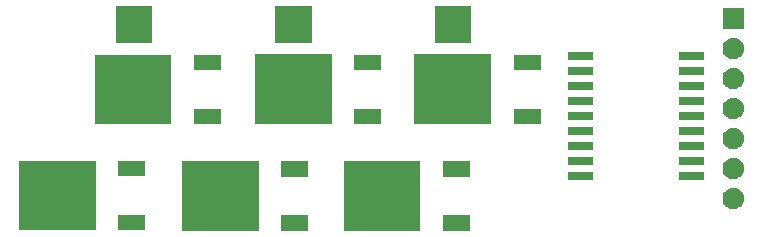
<source format=gbr>
G04 #@! TF.GenerationSoftware,KiCad,Pcbnew,(5.0.1)-3*
G04 #@! TF.CreationDate,2020-02-13T16:16:06-05:00*
G04 #@! TF.ProjectId,ESC_V1,4553435F56312E6B696361645F706362,rev?*
G04 #@! TF.SameCoordinates,Original*
G04 #@! TF.FileFunction,Soldermask,Top*
G04 #@! TF.FilePolarity,Negative*
%FSLAX46Y46*%
G04 Gerber Fmt 4.6, Leading zero omitted, Abs format (unit mm)*
G04 Created by KiCad (PCBNEW (5.0.1)-3) date 2/13/2020 4:16:06 PM*
%MOMM*%
%LPD*%
G01*
G04 APERTURE LIST*
%ADD10C,0.100000*%
G04 APERTURE END LIST*
D10*
G36*
X156751000Y-68976000D02*
X150249000Y-68976000D01*
X150249000Y-63074000D01*
X156751000Y-63074000D01*
X156751000Y-68976000D01*
X156751000Y-68976000D01*
G37*
G36*
X143076000Y-68976000D02*
X136574000Y-68976000D01*
X136574000Y-63074000D01*
X143076000Y-63074000D01*
X143076000Y-68976000D01*
X143076000Y-68976000D01*
G37*
G36*
X147276000Y-68956000D02*
X144974000Y-68956000D01*
X144974000Y-67654000D01*
X147276000Y-67654000D01*
X147276000Y-68956000D01*
X147276000Y-68956000D01*
G37*
G36*
X160951000Y-68956000D02*
X158649000Y-68956000D01*
X158649000Y-67654000D01*
X160951000Y-67654000D01*
X160951000Y-68956000D01*
X160951000Y-68956000D01*
G37*
G36*
X129251000Y-68951000D02*
X122749000Y-68951000D01*
X122749000Y-63049000D01*
X129251000Y-63049000D01*
X129251000Y-68951000D01*
X129251000Y-68951000D01*
G37*
G36*
X133451000Y-68931000D02*
X131149000Y-68931000D01*
X131149000Y-67629000D01*
X133451000Y-67629000D01*
X133451000Y-68931000D01*
X133451000Y-68931000D01*
G37*
G36*
X183360443Y-65345519D02*
X183426627Y-65352037D01*
X183539853Y-65386384D01*
X183596467Y-65403557D01*
X183735087Y-65477652D01*
X183752991Y-65487222D01*
X183788729Y-65516552D01*
X183890186Y-65599814D01*
X183973448Y-65701271D01*
X184002778Y-65737009D01*
X184002779Y-65737011D01*
X184086443Y-65893533D01*
X184086443Y-65893534D01*
X184137963Y-66063373D01*
X184155359Y-66240000D01*
X184137963Y-66416627D01*
X184103616Y-66529853D01*
X184086443Y-66586467D01*
X184012348Y-66725087D01*
X184002778Y-66742991D01*
X183973448Y-66778729D01*
X183890186Y-66880186D01*
X183788729Y-66963448D01*
X183752991Y-66992778D01*
X183752989Y-66992779D01*
X183596467Y-67076443D01*
X183539853Y-67093616D01*
X183426627Y-67127963D01*
X183360443Y-67134481D01*
X183294260Y-67141000D01*
X183205740Y-67141000D01*
X183139557Y-67134481D01*
X183073373Y-67127963D01*
X182960147Y-67093616D01*
X182903533Y-67076443D01*
X182747011Y-66992779D01*
X182747009Y-66992778D01*
X182711271Y-66963448D01*
X182609814Y-66880186D01*
X182526552Y-66778729D01*
X182497222Y-66742991D01*
X182487652Y-66725087D01*
X182413557Y-66586467D01*
X182396384Y-66529853D01*
X182362037Y-66416627D01*
X182344641Y-66240000D01*
X182362037Y-66063373D01*
X182413557Y-65893534D01*
X182413557Y-65893533D01*
X182497221Y-65737011D01*
X182497222Y-65737009D01*
X182526552Y-65701271D01*
X182609814Y-65599814D01*
X182711271Y-65516552D01*
X182747009Y-65487222D01*
X182764913Y-65477652D01*
X182903533Y-65403557D01*
X182960147Y-65386384D01*
X183073373Y-65352037D01*
X183139557Y-65345519D01*
X183205740Y-65339000D01*
X183294260Y-65339000D01*
X183360443Y-65345519D01*
X183360443Y-65345519D01*
G37*
G36*
X171351000Y-64681000D02*
X169249000Y-64681000D01*
X169249000Y-63979000D01*
X171351000Y-63979000D01*
X171351000Y-64681000D01*
X171351000Y-64681000D01*
G37*
G36*
X180751000Y-64681000D02*
X178649000Y-64681000D01*
X178649000Y-63979000D01*
X180751000Y-63979000D01*
X180751000Y-64681000D01*
X180751000Y-64681000D01*
G37*
G36*
X183360442Y-62805518D02*
X183426627Y-62812037D01*
X183539853Y-62846384D01*
X183596467Y-62863557D01*
X183735087Y-62937652D01*
X183752991Y-62947222D01*
X183788729Y-62976552D01*
X183890186Y-63059814D01*
X183973448Y-63161271D01*
X184002778Y-63197009D01*
X184002779Y-63197011D01*
X184086443Y-63353533D01*
X184086443Y-63353534D01*
X184137963Y-63523373D01*
X184155359Y-63700000D01*
X184137963Y-63876627D01*
X184103616Y-63989853D01*
X184086443Y-64046467D01*
X184012348Y-64185087D01*
X184002778Y-64202991D01*
X183973448Y-64238729D01*
X183890186Y-64340186D01*
X183822175Y-64396000D01*
X183752991Y-64452778D01*
X183752989Y-64452779D01*
X183596467Y-64536443D01*
X183539853Y-64553616D01*
X183426627Y-64587963D01*
X183360442Y-64594482D01*
X183294260Y-64601000D01*
X183205740Y-64601000D01*
X183139558Y-64594482D01*
X183073373Y-64587963D01*
X182960147Y-64553616D01*
X182903533Y-64536443D01*
X182747011Y-64452779D01*
X182747009Y-64452778D01*
X182677825Y-64396000D01*
X182609814Y-64340186D01*
X182526552Y-64238729D01*
X182497222Y-64202991D01*
X182487652Y-64185087D01*
X182413557Y-64046467D01*
X182396384Y-63989853D01*
X182362037Y-63876627D01*
X182344641Y-63700000D01*
X182362037Y-63523373D01*
X182413557Y-63353534D01*
X182413557Y-63353533D01*
X182497221Y-63197011D01*
X182497222Y-63197009D01*
X182526552Y-63161271D01*
X182609814Y-63059814D01*
X182711271Y-62976552D01*
X182747009Y-62947222D01*
X182764913Y-62937652D01*
X182903533Y-62863557D01*
X182960147Y-62846384D01*
X183073373Y-62812037D01*
X183139558Y-62805518D01*
X183205740Y-62799000D01*
X183294260Y-62799000D01*
X183360442Y-62805518D01*
X183360442Y-62805518D01*
G37*
G36*
X160951000Y-64396000D02*
X158649000Y-64396000D01*
X158649000Y-63094000D01*
X160951000Y-63094000D01*
X160951000Y-64396000D01*
X160951000Y-64396000D01*
G37*
G36*
X147276000Y-64396000D02*
X144974000Y-64396000D01*
X144974000Y-63094000D01*
X147276000Y-63094000D01*
X147276000Y-64396000D01*
X147276000Y-64396000D01*
G37*
G36*
X133451000Y-64371000D02*
X131149000Y-64371000D01*
X131149000Y-63069000D01*
X133451000Y-63069000D01*
X133451000Y-64371000D01*
X133451000Y-64371000D01*
G37*
G36*
X171351000Y-63411000D02*
X169249000Y-63411000D01*
X169249000Y-62709000D01*
X171351000Y-62709000D01*
X171351000Y-63411000D01*
X171351000Y-63411000D01*
G37*
G36*
X180751000Y-63411000D02*
X178649000Y-63411000D01*
X178649000Y-62709000D01*
X180751000Y-62709000D01*
X180751000Y-63411000D01*
X180751000Y-63411000D01*
G37*
G36*
X180751000Y-62141000D02*
X178649000Y-62141000D01*
X178649000Y-61439000D01*
X180751000Y-61439000D01*
X180751000Y-62141000D01*
X180751000Y-62141000D01*
G37*
G36*
X171351000Y-62141000D02*
X169249000Y-62141000D01*
X169249000Y-61439000D01*
X171351000Y-61439000D01*
X171351000Y-62141000D01*
X171351000Y-62141000D01*
G37*
G36*
X183360443Y-60265519D02*
X183426627Y-60272037D01*
X183539853Y-60306384D01*
X183596467Y-60323557D01*
X183735087Y-60397652D01*
X183752991Y-60407222D01*
X183788729Y-60436552D01*
X183890186Y-60519814D01*
X183973448Y-60621271D01*
X184002778Y-60657009D01*
X184002779Y-60657011D01*
X184086443Y-60813533D01*
X184086443Y-60813534D01*
X184137963Y-60983373D01*
X184155359Y-61160000D01*
X184137963Y-61336627D01*
X184103616Y-61449853D01*
X184086443Y-61506467D01*
X184012348Y-61645087D01*
X184002778Y-61662991D01*
X183973448Y-61698729D01*
X183890186Y-61800186D01*
X183788729Y-61883448D01*
X183752991Y-61912778D01*
X183752989Y-61912779D01*
X183596467Y-61996443D01*
X183539853Y-62013616D01*
X183426627Y-62047963D01*
X183360442Y-62054482D01*
X183294260Y-62061000D01*
X183205740Y-62061000D01*
X183139558Y-62054482D01*
X183073373Y-62047963D01*
X182960147Y-62013616D01*
X182903533Y-61996443D01*
X182747011Y-61912779D01*
X182747009Y-61912778D01*
X182711271Y-61883448D01*
X182609814Y-61800186D01*
X182526552Y-61698729D01*
X182497222Y-61662991D01*
X182487652Y-61645087D01*
X182413557Y-61506467D01*
X182396384Y-61449853D01*
X182362037Y-61336627D01*
X182344641Y-61160000D01*
X182362037Y-60983373D01*
X182413557Y-60813534D01*
X182413557Y-60813533D01*
X182497221Y-60657011D01*
X182497222Y-60657009D01*
X182526552Y-60621271D01*
X182609814Y-60519814D01*
X182711271Y-60436552D01*
X182747009Y-60407222D01*
X182764913Y-60397652D01*
X182903533Y-60323557D01*
X182960147Y-60306384D01*
X183073373Y-60272037D01*
X183139557Y-60265519D01*
X183205740Y-60259000D01*
X183294260Y-60259000D01*
X183360443Y-60265519D01*
X183360443Y-60265519D01*
G37*
G36*
X171351000Y-60871000D02*
X169249000Y-60871000D01*
X169249000Y-60169000D01*
X171351000Y-60169000D01*
X171351000Y-60871000D01*
X171351000Y-60871000D01*
G37*
G36*
X180751000Y-60871000D02*
X178649000Y-60871000D01*
X178649000Y-60169000D01*
X180751000Y-60169000D01*
X180751000Y-60871000D01*
X180751000Y-60871000D01*
G37*
G36*
X135676000Y-59976000D02*
X129174000Y-59976000D01*
X129174000Y-54074000D01*
X135676000Y-54074000D01*
X135676000Y-59976000D01*
X135676000Y-59976000D01*
G37*
G36*
X139876000Y-59956000D02*
X137574000Y-59956000D01*
X137574000Y-58654000D01*
X139876000Y-58654000D01*
X139876000Y-59956000D01*
X139876000Y-59956000D01*
G37*
G36*
X149251000Y-59951000D02*
X142749000Y-59951000D01*
X142749000Y-54049000D01*
X149251000Y-54049000D01*
X149251000Y-59951000D01*
X149251000Y-59951000D01*
G37*
G36*
X162751000Y-59951000D02*
X156249000Y-59951000D01*
X156249000Y-54049000D01*
X162751000Y-54049000D01*
X162751000Y-59951000D01*
X162751000Y-59951000D01*
G37*
G36*
X166951000Y-59931000D02*
X164649000Y-59931000D01*
X164649000Y-58629000D01*
X166951000Y-58629000D01*
X166951000Y-59931000D01*
X166951000Y-59931000D01*
G37*
G36*
X153451000Y-59931000D02*
X151149000Y-59931000D01*
X151149000Y-58629000D01*
X153451000Y-58629000D01*
X153451000Y-59931000D01*
X153451000Y-59931000D01*
G37*
G36*
X180751000Y-59601000D02*
X178649000Y-59601000D01*
X178649000Y-58899000D01*
X180751000Y-58899000D01*
X180751000Y-59601000D01*
X180751000Y-59601000D01*
G37*
G36*
X171351000Y-59601000D02*
X169249000Y-59601000D01*
X169249000Y-58899000D01*
X171351000Y-58899000D01*
X171351000Y-59601000D01*
X171351000Y-59601000D01*
G37*
G36*
X183360442Y-57725518D02*
X183426627Y-57732037D01*
X183539853Y-57766384D01*
X183596467Y-57783557D01*
X183735087Y-57857652D01*
X183752991Y-57867222D01*
X183788729Y-57896552D01*
X183890186Y-57979814D01*
X183973448Y-58081271D01*
X184002778Y-58117009D01*
X184002779Y-58117011D01*
X184086443Y-58273533D01*
X184086443Y-58273534D01*
X184137963Y-58443373D01*
X184155359Y-58620000D01*
X184137963Y-58796627D01*
X184103616Y-58909853D01*
X184086443Y-58966467D01*
X184012348Y-59105087D01*
X184002778Y-59122991D01*
X183973448Y-59158729D01*
X183890186Y-59260186D01*
X183788729Y-59343448D01*
X183752991Y-59372778D01*
X183752989Y-59372779D01*
X183596467Y-59456443D01*
X183539853Y-59473616D01*
X183426627Y-59507963D01*
X183360443Y-59514481D01*
X183294260Y-59521000D01*
X183205740Y-59521000D01*
X183139557Y-59514481D01*
X183073373Y-59507963D01*
X182960147Y-59473616D01*
X182903533Y-59456443D01*
X182747011Y-59372779D01*
X182747009Y-59372778D01*
X182711271Y-59343448D01*
X182609814Y-59260186D01*
X182526552Y-59158729D01*
X182497222Y-59122991D01*
X182487652Y-59105087D01*
X182413557Y-58966467D01*
X182396384Y-58909853D01*
X182362037Y-58796627D01*
X182344641Y-58620000D01*
X182362037Y-58443373D01*
X182413557Y-58273534D01*
X182413557Y-58273533D01*
X182497221Y-58117011D01*
X182497222Y-58117009D01*
X182526552Y-58081271D01*
X182609814Y-57979814D01*
X182711271Y-57896552D01*
X182747009Y-57867222D01*
X182764913Y-57857652D01*
X182903533Y-57783557D01*
X182960147Y-57766384D01*
X183073373Y-57732037D01*
X183139558Y-57725518D01*
X183205740Y-57719000D01*
X183294260Y-57719000D01*
X183360442Y-57725518D01*
X183360442Y-57725518D01*
G37*
G36*
X171351000Y-58331000D02*
X169249000Y-58331000D01*
X169249000Y-57629000D01*
X171351000Y-57629000D01*
X171351000Y-58331000D01*
X171351000Y-58331000D01*
G37*
G36*
X180751000Y-58331000D02*
X178649000Y-58331000D01*
X178649000Y-57629000D01*
X180751000Y-57629000D01*
X180751000Y-58331000D01*
X180751000Y-58331000D01*
G37*
G36*
X180751000Y-57061000D02*
X178649000Y-57061000D01*
X178649000Y-56359000D01*
X180751000Y-56359000D01*
X180751000Y-57061000D01*
X180751000Y-57061000D01*
G37*
G36*
X171351000Y-57061000D02*
X169249000Y-57061000D01*
X169249000Y-56359000D01*
X171351000Y-56359000D01*
X171351000Y-57061000D01*
X171351000Y-57061000D01*
G37*
G36*
X183360443Y-55185519D02*
X183426627Y-55192037D01*
X183539853Y-55226384D01*
X183596467Y-55243557D01*
X183735087Y-55317652D01*
X183752991Y-55327222D01*
X183788729Y-55356552D01*
X183890186Y-55439814D01*
X183973448Y-55541271D01*
X184002778Y-55577009D01*
X184002779Y-55577011D01*
X184086443Y-55733533D01*
X184086443Y-55733534D01*
X184137963Y-55903373D01*
X184155359Y-56080000D01*
X184137963Y-56256627D01*
X184103616Y-56369853D01*
X184086443Y-56426467D01*
X184012348Y-56565087D01*
X184002778Y-56582991D01*
X183973448Y-56618729D01*
X183890186Y-56720186D01*
X183788729Y-56803448D01*
X183752991Y-56832778D01*
X183752989Y-56832779D01*
X183596467Y-56916443D01*
X183539853Y-56933616D01*
X183426627Y-56967963D01*
X183360443Y-56974481D01*
X183294260Y-56981000D01*
X183205740Y-56981000D01*
X183139557Y-56974481D01*
X183073373Y-56967963D01*
X182960147Y-56933616D01*
X182903533Y-56916443D01*
X182747011Y-56832779D01*
X182747009Y-56832778D01*
X182711271Y-56803448D01*
X182609814Y-56720186D01*
X182526552Y-56618729D01*
X182497222Y-56582991D01*
X182487652Y-56565087D01*
X182413557Y-56426467D01*
X182396384Y-56369853D01*
X182362037Y-56256627D01*
X182344641Y-56080000D01*
X182362037Y-55903373D01*
X182413557Y-55733534D01*
X182413557Y-55733533D01*
X182497221Y-55577011D01*
X182497222Y-55577009D01*
X182526552Y-55541271D01*
X182609814Y-55439814D01*
X182711271Y-55356552D01*
X182747009Y-55327222D01*
X182764913Y-55317652D01*
X182903533Y-55243557D01*
X182960147Y-55226384D01*
X183073373Y-55192037D01*
X183139557Y-55185519D01*
X183205740Y-55179000D01*
X183294260Y-55179000D01*
X183360443Y-55185519D01*
X183360443Y-55185519D01*
G37*
G36*
X180751000Y-55791000D02*
X178649000Y-55791000D01*
X178649000Y-55089000D01*
X180751000Y-55089000D01*
X180751000Y-55791000D01*
X180751000Y-55791000D01*
G37*
G36*
X171351000Y-55791000D02*
X169249000Y-55791000D01*
X169249000Y-55089000D01*
X171351000Y-55089000D01*
X171351000Y-55791000D01*
X171351000Y-55791000D01*
G37*
G36*
X139876000Y-55396000D02*
X137574000Y-55396000D01*
X137574000Y-54094000D01*
X139876000Y-54094000D01*
X139876000Y-55396000D01*
X139876000Y-55396000D01*
G37*
G36*
X153451000Y-55371000D02*
X151149000Y-55371000D01*
X151149000Y-54069000D01*
X153451000Y-54069000D01*
X153451000Y-55371000D01*
X153451000Y-55371000D01*
G37*
G36*
X166951000Y-55371000D02*
X164649000Y-55371000D01*
X164649000Y-54069000D01*
X166951000Y-54069000D01*
X166951000Y-55371000D01*
X166951000Y-55371000D01*
G37*
G36*
X171351000Y-54521000D02*
X169249000Y-54521000D01*
X169249000Y-53819000D01*
X171351000Y-53819000D01*
X171351000Y-54521000D01*
X171351000Y-54521000D01*
G37*
G36*
X180751000Y-54521000D02*
X178649000Y-54521000D01*
X178649000Y-53819000D01*
X180751000Y-53819000D01*
X180751000Y-54521000D01*
X180751000Y-54521000D01*
G37*
G36*
X183360442Y-52645518D02*
X183426627Y-52652037D01*
X183539853Y-52686384D01*
X183596467Y-52703557D01*
X183735087Y-52777652D01*
X183752991Y-52787222D01*
X183788729Y-52816552D01*
X183890186Y-52899814D01*
X183973448Y-53001271D01*
X184002778Y-53037009D01*
X184002779Y-53037011D01*
X184086443Y-53193533D01*
X184086443Y-53193534D01*
X184137963Y-53363373D01*
X184155359Y-53540000D01*
X184137963Y-53716627D01*
X184103616Y-53829853D01*
X184086443Y-53886467D01*
X184012348Y-54025087D01*
X184002778Y-54042991D01*
X183981433Y-54069000D01*
X183890186Y-54180186D01*
X183788729Y-54263448D01*
X183752991Y-54292778D01*
X183752989Y-54292779D01*
X183596467Y-54376443D01*
X183539853Y-54393616D01*
X183426627Y-54427963D01*
X183360442Y-54434482D01*
X183294260Y-54441000D01*
X183205740Y-54441000D01*
X183139558Y-54434482D01*
X183073373Y-54427963D01*
X182960147Y-54393616D01*
X182903533Y-54376443D01*
X182747011Y-54292779D01*
X182747009Y-54292778D01*
X182711271Y-54263448D01*
X182609814Y-54180186D01*
X182518567Y-54069000D01*
X182497222Y-54042991D01*
X182487652Y-54025087D01*
X182413557Y-53886467D01*
X182396384Y-53829853D01*
X182362037Y-53716627D01*
X182344641Y-53540000D01*
X182362037Y-53363373D01*
X182413557Y-53193534D01*
X182413557Y-53193533D01*
X182497221Y-53037011D01*
X182497222Y-53037009D01*
X182526552Y-53001271D01*
X182609814Y-52899814D01*
X182711271Y-52816552D01*
X182747009Y-52787222D01*
X182764913Y-52777652D01*
X182903533Y-52703557D01*
X182960147Y-52686384D01*
X183073373Y-52652037D01*
X183139558Y-52645518D01*
X183205740Y-52639000D01*
X183294260Y-52639000D01*
X183360442Y-52645518D01*
X183360442Y-52645518D01*
G37*
G36*
X134051000Y-53051000D02*
X130949000Y-53051000D01*
X130949000Y-49949000D01*
X134051000Y-49949000D01*
X134051000Y-53051000D01*
X134051000Y-53051000D01*
G37*
G36*
X161051000Y-53051000D02*
X157949000Y-53051000D01*
X157949000Y-49949000D01*
X161051000Y-49949000D01*
X161051000Y-53051000D01*
X161051000Y-53051000D01*
G37*
G36*
X147551000Y-53051000D02*
X144449000Y-53051000D01*
X144449000Y-49949000D01*
X147551000Y-49949000D01*
X147551000Y-53051000D01*
X147551000Y-53051000D01*
G37*
G36*
X184151000Y-51901000D02*
X182349000Y-51901000D01*
X182349000Y-50099000D01*
X184151000Y-50099000D01*
X184151000Y-51901000D01*
X184151000Y-51901000D01*
G37*
M02*

</source>
